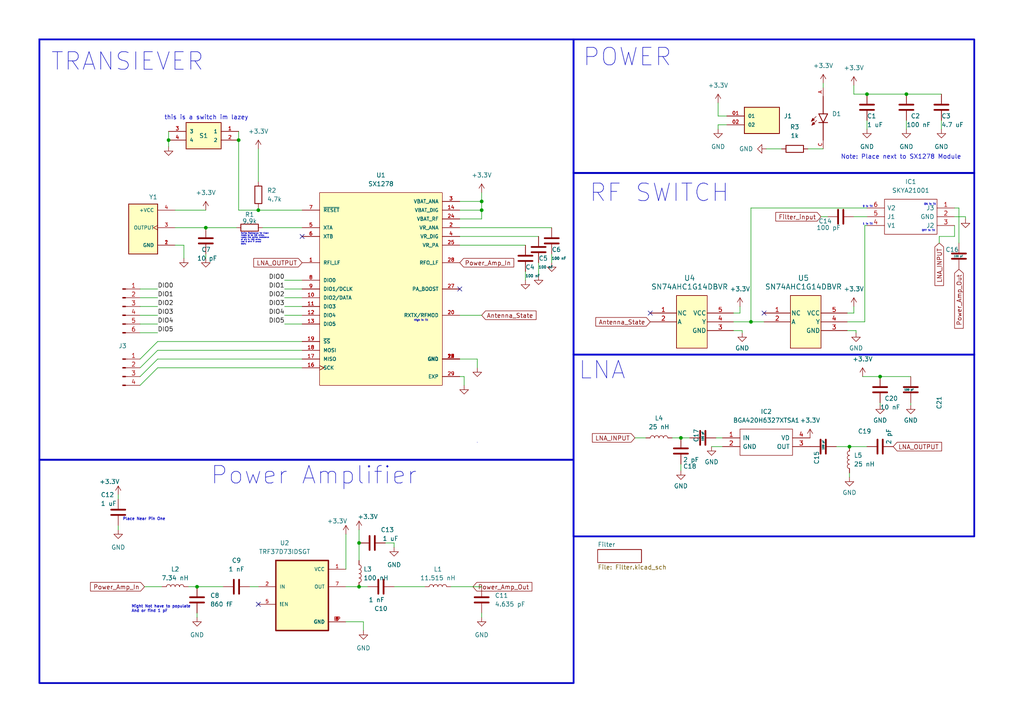
<source format=kicad_sch>
(kicad_sch (version 20230121) (generator eeschema)
  (paper "A4")
  (lib_symbols
    (symbol "0603 LED:LTST-C190KRKT" (pin_names (offset 1.016))
      (property "Reference" "D" (at -2.0351 4.0703 0))
      (property "Value" "LTST-C190KRKT" (at -2.0337 -3.8132 0))
      (symbol "LTST-C190KRKT_0_0"
        (polyline (pts (xy -5.08 0) (xy 0 0)) (stroke (width 0.254)))
        (polyline (pts (xy 0 -1.27) (xy 0 0)) (stroke (width 0.254)))
        (polyline (pts (xy 0 0) (xy 0 1.27)) (stroke (width 0.254)))
        (polyline (pts (xy 0 0) (xy 2.54 1.27)) (stroke (width 0.254)))
        (polyline (pts (xy 0.635 1.905) (xy -0.762 3.302)) (stroke (width 0.1524)))
        (polyline (pts (xy 1.778 2.032) (xy 0.381 3.429)) (stroke (width 0.1524)))
        (polyline (pts (xy 2.54 -1.27) (xy 0 0)) (stroke (width 0.254)))
        (polyline (pts (xy 2.54 -1.27) (xy 2.54 0)) (stroke (width 0.254)))
        (polyline (pts (xy 2.54 0) (xy 2.54 1.27)) (stroke (width 0.254)))
        (polyline (pts (xy 2.54 0) (xy 7.62 0)) (stroke (width 0.254)))
        (polyline (pts (xy -0.762 3.302) (xy 0.127 2.921) (xy -0.381 2.413) (xy -0.762 3.302)) (stroke (width 0.1524)) (fill (type outline)))
        (polyline (pts (xy 0.381 3.429) (xy 1.27 3.048) (xy 0.762 2.54) (xy 0.381 3.429)) (stroke (width 0.1524)) (fill (type outline)))
        (pin passive line (at 10.16 0 180) (length 2.54) (name "~") (number "A"))
        (pin passive line (at -7.62 0 0) (length 2.54) (name "~") (number "C"))
      )
    )
    (symbol "32 MHz TXCO:ASTX-13-D-32.000MHz-I05-T" (pin_names (offset 1.016))
      (property "Reference" "Y1" (at 0 12.7 0))
      (property "Value" "ASTX-13-D-32.000MHz-I05-T" (at 0 10.16 0))
      (symbol "ASTX-13-D-32.000MHz-I05-T_0_0"
        (rectangle (start 6.858 6.858) (end 15.24 -7.62) (stroke (width 0.254)) (fill (type background)))
        (pin power_in line (at 20.32 -5.08 180) (length 5.08) (name "GND") (number "1"))
        (pin power_in line (at 20.32 -5.08 180) (length 5.08) (name "GND") (number "2"))
        (pin output clock (at 20.32 0 180) (length 5.08) (name "OUTPUT") (number "3"))
        (pin power_in line (at 20.32 5.08 180) (length 5.08) (name "+VCC") (number "4"))
      )
    )
    (symbol "BGA420:BGA420H6327XTSA1" (pin_names (offset 0.762))
      (property "Reference" "IC" (at 21.59 7.62 0))
      (property "Value" "BGA420H6327XTSA1" (at 21.59 5.08 0))
      (symbol "BGA420H6327XTSA1_0_0"
        (pin passive line (at 0 0 0) (length 5.08) (name "IN") (number "1"))
        (pin passive line (at 0 -2.54 0) (length 5.08) (name "GND") (number "2"))
        (pin passive line (at 25.4 -2.54 180) (length 5.08) (name "OUT") (number "3"))
        (pin passive line (at 25.4 0 180) (length 5.08) (name "VD") (number "4"))
      )
      (symbol "BGA420H6327XTSA1_0_1"
        (polyline (pts (xy 5.08 2.54) (xy 20.32 2.54) (xy 20.32 -5.08) (xy 5.08 -5.08) (xy 5.08 2.54)) (stroke (width 0.1524)))
      )
    )
    (symbol "Connector:Conn_01x04_Pin" (pin_names (offset 1.016) hide)
      (property "Reference" "J" (at 0 5.08 0))
      (property "Value" "Conn_01x04_Pin" (at 0 -7.62 0))
      (symbol "Conn_01x04_Pin_1_1"
        (polyline (pts (xy 1.27 -5.08) (xy 0.8636 -5.08)) (stroke (width 0.1524)))
        (polyline (pts (xy 1.27 -2.54) (xy 0.8636 -2.54)) (stroke (width 0.1524)))
        (polyline (pts (xy 1.27 0) (xy 0.8636 0)) (stroke (width 0.1524)))
        (polyline (pts (xy 1.27 2.54) (xy 0.8636 2.54)) (stroke (width 0.1524)))
        (rectangle (start 0.8636 -4.953) (end 0 -5.207) (stroke (width 0.1524)) (fill (type outline)))
        (rectangle (start 0.8636 -2.413) (end 0 -2.667) (stroke (width 0.1524)) (fill (type outline)))
        (rectangle (start 0.8636 0.127) (end 0 -0.127) (stroke (width 0.1524)) (fill (type outline)))
        (rectangle (start 0.8636 2.667) (end 0 2.413) (stroke (width 0.1524)) (fill (type outline)))
        (pin passive line (at 5.08 2.54 180) (length 3.81) (name "Pin_1") (number "1"))
        (pin passive line (at 5.08 0 180) (length 3.81) (name "Pin_2") (number "2"))
        (pin passive line (at 5.08 -2.54 180) (length 3.81) (name "Pin_3") (number "3"))
        (pin passive line (at 5.08 -5.08 180) (length 3.81) (name "Pin_4") (number "4"))
      )
    )
    (symbol "Connector:Conn_01x06_Pin" (pin_names (offset 1.016) hide)
      (property "Reference" "J" (at 0 7.62 0))
      (property "Value" "Conn_01x06_Pin" (at 0 -10.16 0))
      (symbol "Conn_01x06_Pin_1_1"
        (polyline (pts (xy 1.27 -7.62) (xy 0.8636 -7.62)) (stroke (width 0.1524)))
        (polyline (pts (xy 1.27 -5.08) (xy 0.8636 -5.08)) (stroke (width 0.1524)))
        (polyline (pts (xy 1.27 -2.54) (xy 0.8636 -2.54)) (stroke (width 0.1524)))
        (polyline (pts (xy 1.27 0) (xy 0.8636 0)) (stroke (width 0.1524)))
        (polyline (pts (xy 1.27 2.54) (xy 0.8636 2.54)) (stroke (width 0.1524)))
        (polyline (pts (xy 1.27 5.08) (xy 0.8636 5.08)) (stroke (width 0.1524)))
        (rectangle (start 0.8636 -7.493) (end 0 -7.747) (stroke (width 0.1524)) (fill (type outline)))
        (rectangle (start 0.8636 -4.953) (end 0 -5.207) (stroke (width 0.1524)) (fill (type outline)))
        (rectangle (start 0.8636 -2.413) (end 0 -2.667) (stroke (width 0.1524)) (fill (type outline)))
        (rectangle (start 0.8636 0.127) (end 0 -0.127) (stroke (width 0.1524)) (fill (type outline)))
        (rectangle (start 0.8636 2.667) (end 0 2.413) (stroke (width 0.1524)) (fill (type outline)))
        (rectangle (start 0.8636 5.207) (end 0 4.953) (stroke (width 0.1524)) (fill (type outline)))
        (pin passive line (at 5.08 5.08 180) (length 3.81) (name "Pin_1") (number "1"))
        (pin passive line (at 5.08 2.54 180) (length 3.81) (name "Pin_2") (number "2"))
        (pin passive line (at 5.08 0 180) (length 3.81) (name "Pin_3") (number "3"))
        (pin passive line (at 5.08 -2.54 180) (length 3.81) (name "Pin_4") (number "4"))
        (pin passive line (at 5.08 -5.08 180) (length 3.81) (name "Pin_5") (number "5"))
        (pin passive line (at 5.08 -7.62 180) (length 3.81) (name "Pin_6") (number "6"))
      )
    )
    (symbol "Device:C" (pin_numbers hide) (pin_names (offset 0.254))
      (property "Reference" "C" (at 0.635 2.54 0))
      (property "Value" "C" (at 0.635 -2.54 0))
      (symbol "C_0_1"
        (polyline (pts (xy -2.032 -0.762) (xy 2.032 -0.762)) (stroke (width 0.508)))
        (polyline (pts (xy -2.032 0.762) (xy 2.032 0.762)) (stroke (width 0.508)))
      )
      (symbol "C_1_1"
        (pin passive line (at 0 3.81 270) (length 2.794) (name "~") (number "1"))
        (pin passive line (at 0 -3.81 90) (length 2.794) (name "~") (number "2"))
      )
    )
    (symbol "Device:L" (pin_numbers hide) (pin_names (offset 1.016) hide)
      (property "Reference" "L" (at -1.27 0 90))
      (property "Value" "L" (at 1.905 0 90))
      (symbol "L_0_1"
        (arc (start 0 -2.54) (mid 0.6323 -1.905) (end 0 -1.27))
        (arc (start 0 -1.27) (mid 0.6323 -0.635) (end 0 0))
        (arc (start 0 0) (mid 0.6323 0.635) (end 0 1.27))
        (arc (start 0 1.27) (mid 0.6323 1.905) (end 0 2.54))
      )
      (symbol "L_1_1"
        (pin passive line (at 0 3.81 270) (length 1.27) (name "1") (number "1"))
        (pin passive line (at 0 -3.81 90) (length 1.27) (name "2") (number "2"))
      )
    )
    (symbol "Device:R" (pin_numbers hide) (pin_names (offset 0))
      (property "Reference" "R" (at 2.032 0 90))
      (property "Value" "R" (at 0 0 90))
      (symbol "R_0_1"
        (rectangle (start -1.016 -2.54) (end 1.016 2.54) (stroke (width 0.254)))
      )
      (symbol "R_1_1"
        (pin passive line (at 0 3.81 270) (length 1.27) (name "~") (number "1"))
        (pin passive line (at 0 -3.81 90) (length 1.27) (name "~") (number "2"))
      )
    )
    (symbol "Inverter:SN74AHC1G14DBVR" (pin_names (offset 0.254))
      (property "Reference" "U4" (at 59.69 10.16 0))
      (property "Value" "SN74AHC1G14DBVR" (at 59.69 7.62 0))
      (symbol "SN74AHC1G14DBVR_0_1"
        (pin unspecified line (at 31.75 0 0) (length 7.62) (name "NC") (number "1"))
        (pin input line (at 31.75 -2.54 0) (length 7.62) (name "A") (number "2"))
        (pin power_in line (at 55.88 -5.08 180) (length 7.62) (name "GND") (number "3"))
        (pin output line (at 55.88 -2.54 180) (length 7.62) (name "Y") (number "4"))
        (pin power_in line (at 55.88 0 180) (length 7.62) (name "VCC") (number "5"))
      )
      (symbol "SN74AHC1G14DBVR_1_1"
        (polyline (pts (xy 39.37 -10.16) (xy 48.26 -10.16)) (stroke (width 0.127)) (fill (type background)))
        (polyline (pts (xy 39.37 5.08) (xy 39.37 -10.16)) (stroke (width 0.127)) (fill (type background)))
        (polyline (pts (xy 48.26 -10.16) (xy 48.26 5.08)) (stroke (width 0.127)) (fill (type background)))
        (polyline (pts (xy 48.26 5.08) (xy 39.37 5.08)) (stroke (width 0.127)) (fill (type background)))
        (rectangle (start 39.37 5.08) (end 48.26 -10.16) (fill (type background)))
      )
    )
    (symbol "Push Button:PTS810SJK250SMTRLFS" (pin_names (offset 1.016))
      (property "Reference" "S" (at 16.51 7.62 0))
      (property "Value" "PTS810SJK250SMTRLFS" (at 16.51 5.08 0))
      (symbol "PTS810SJK250SMTRLFS_0_0"
        (rectangle (start 5.08 -5.08) (end 15.24 2.54) (stroke (width 0.254)) (fill (type background)))
        (pin bidirectional line (at 0 0 0) (length 5.08) (name "1") (number "1"))
        (pin bidirectional line (at 0 -2.54 0) (length 5.08) (name "2") (number "2"))
        (pin bidirectional line (at 20.32 0 180) (length 5.08) (name "3") (number "3"))
        (pin bidirectional line (at 20.32 -2.54 180) (length 5.08) (name "4") (number "4"))
      )
    )
    (symbol "Skyworks RF Switch:SKYA21001" (pin_names (offset 0.762))
      (property "Reference" "IC" (at 21.59 7.62 0))
      (property "Value" "SKYA21001" (at 21.59 5.08 0))
      (symbol "SKYA21001_0_0"
        (pin passive line (at 0 0 0) (length 5.08) (name "J3") (number "1"))
        (pin passive line (at 0 -2.54 0) (length 5.08) (name "GND") (number "2"))
        (pin passive line (at 0 -5.08 0) (length 5.08) (name "J2") (number "3"))
        (pin passive line (at 25.4 -5.08 180) (length 5.08) (name "V1") (number "4"))
        (pin passive line (at 25.4 -2.54 180) (length 5.08) (name "J1") (number "5"))
        (pin passive line (at 25.4 0 180) (length 5.08) (name "V2") (number "6"))
      )
      (symbol "SKYA21001_0_1"
        (polyline (pts (xy 5.08 2.54) (xy 20.32 2.54) (xy 20.32 -7.62) (xy 5.08 -7.62) (xy 5.08 2.54)) (stroke (width 0.1524)))
      )
    )
    (symbol "TI Power Amp:TRF37D73IDSGT" (pin_names (offset 1.016))
      (property "Reference" "U2" (at 0 15.24 0))
      (property "Value" "TRF37D73IDSGT" (at 0 12.7 0))
      (symbol "TRF37D73IDSGT_0_0"
        (rectangle (start -2.54 10.16) (end 12.7 -10.16) (stroke (width 0.41)) (fill (type background)))
        (pin power_in line (at 17.78 7.62 180) (length 5.08) (name "VCC") (number "1"))
        (pin power_in line (at 17.78 -7.62 180) (length 5.08) (name "GND") (number "3"))
        (pin power_in line (at 17.78 -7.62 180) (length 5.08) (name "GND") (number "4"))
        (pin power_in line (at 17.78 -7.62 180) (length 5.08) (name "GND") (number "6"))
        (pin output line (at 17.78 2.54 180) (length 5.08) (name "OUT") (number "7"))
        (pin power_in line (at 17.78 -7.62 180) (length 5.08) (name "GND") (number "8"))
        (pin power_in line (at 17.78 -7.62 180) (length 5.08) (name "GND") (number "EP"))
      )
      (symbol "TRF37D73IDSGT_1_0"
        (pin input line (at -7.62 2.54 0) (length 5.08) (name "IN") (number "2"))
        (pin bidirectional line (at -7.62 -2.54 0) (length 5.08) (name "!EN") (number "5"))
      )
    )
    (symbol "Two Terminal Block:1935776" (pin_names (offset 1.016))
      (property "Reference" "J" (at -5.08 5.842 0))
      (property "Value" "1935776" (at -5.08 -5.08 0))
      (symbol "1935776_0_0"
        (rectangle (start -5.08 -2.54) (end 5.08 5.08) (stroke (width 0.254)) (fill (type background)))
        (pin passive line (at -10.16 2.54 0) (length 5.08) (name "01") (number "01"))
        (pin passive line (at -10.16 0 0) (length 5.08) (name "02") (number "02"))
      )
    )
    (symbol "power:+3.3V" (power) (pin_names (offset 0))
      (property "Value" "+3.3V" (at 0 3.556 0))
      (symbol "+3.3V_0_1"
        (polyline (pts (xy -0.762 1.27) (xy 0 2.54)))
        (polyline (pts (xy 0 0) (xy 0 2.54)))
        (polyline (pts (xy 0 2.54) (xy 0.762 1.27)))
      )
      (symbol "+3.3V_1_1"
        (pin power_in line (at 0 0 90) (length 0) hide (name "+3.3V") (number "1"))
      )
    )
    (symbol "power:GND" (power) (pin_names (offset 0))
      (property "Value" "GND" (at 0 -3.81 0))
      (symbol "GND_0_1"
        (polyline (pts (xy 0 0) (xy 0 -1.27) (xy 1.27 -1.27) (xy 0 -2.54) (xy -1.27 -1.27) (xy 0 -1.27)))
      )
      (symbol "GND_1_1"
        (pin power_in line (at 0 0 270) (length 0) hide (name "GND") (number "1"))
      )
    )
    (symbol "sx1278:SX1278" (pin_names (offset 1.016))
      (property "Reference" "U" (at -17.78 30.48 0))
      (property "Value" "SX1278" (at -17.78 -30.48 0))
      (symbol "SX1278_0_0"
        (rectangle (start -17.78 -27.94) (end 17.78 27.94) (stroke (width 0.1524)) (fill (type background)))
        (pin input line (at -22.86 7.62 0) (length 5.08) (name "RFI_LF") (number "1"))
        (pin bidirectional line (at -22.86 -2.54 0) (length 5.08) (name "DIO2/DATA") (number "10"))
        (pin bidirectional line (at -22.86 -5.08 0) (length 5.08) (name "DIO3") (number "11"))
        (pin bidirectional line (at -22.86 -7.62 0) (length 5.08) (name "DIO4") (number "12"))
        (pin bidirectional line (at -22.86 -10.16 0) (length 5.08) (name "DIO5") (number "13"))
        (pin power_in line (at 22.86 22.86 180) (length 5.08) (name "VBAT_DIG") (number "14"))
        (pin power_in line (at 22.86 -20.32 180) (length 5.08) (name "GND") (number "15"))
        (pin input clock (at -22.86 -22.86 0) (length 5.08) (name "SCK") (number "16"))
        (pin output line (at -22.86 -20.32 0) (length 5.08) (name "MISO") (number "17"))
        (pin input line (at -22.86 -17.78 0) (length 5.08) (name "MOSI") (number "18"))
        (pin input line (at -22.86 -15.24 0) (length 5.08) (name "~{SS}") (number "19"))
        (pin power_in line (at 22.86 17.78 180) (length 5.08) (name "VR_ANA") (number "2"))
        (pin output line (at 22.86 -7.62 180) (length 5.08) (name "RXTX/RFMOD") (number "20"))
        (pin power_in line (at 22.86 -20.32 180) (length 5.08) (name "GND") (number "21"))
        (pin power_in line (at 22.86 -20.32 180) (length 5.08) (name "GND") (number "22"))
        (pin power_in line (at 22.86 -20.32 180) (length 5.08) (name "GND") (number "23"))
        (pin power_in line (at 22.86 20.32 180) (length 5.08) (name "VBAT_RF") (number "24"))
        (pin power_in line (at 22.86 12.7 180) (length 5.08) (name "VR_PA") (number "25"))
        (pin power_in line (at 22.86 -20.32 180) (length 5.08) (name "GND") (number "26"))
        (pin output line (at 22.86 0 180) (length 5.08) (name "PA_BOOST") (number "27"))
        (pin output line (at 22.86 7.62 180) (length 5.08) (name "RFO_LF") (number "28"))
        (pin power_in line (at 22.86 -25.4 180) (length 5.08) (name "EXP") (number "29"))
        (pin power_in line (at 22.86 25.4 180) (length 5.08) (name "VBAT_ANA") (number "3"))
        (pin power_in line (at 22.86 15.24 180) (length 5.08) (name "VR_DIG") (number "4"))
        (pin bidirectional line (at -22.86 17.78 0) (length 5.08) (name "XTA") (number "5"))
        (pin bidirectional line (at -22.86 15.24 0) (length 5.08) (name "XTB") (number "6"))
        (pin bidirectional line (at -22.86 22.86 0) (length 5.08) (name "~{RESET}") (number "7"))
        (pin bidirectional line (at -22.86 2.54 0) (length 5.08) (name "DIO0") (number "8"))
        (pin bidirectional line (at -22.86 0 0) (length 5.08) (name "DIO1/DCLK") (number "9"))
      )
    )
  )
  (junction (at 217.805 93.345))
  (junction (at 197.485 127))
  (junction (at 48.895 40.64))
  (junction (at 255.27 109.22))
  (junction (at 104.14 157.48))
  (junction (at 251.46 27.305))
  (junction (at 57.15 170.18))
  (junction (at 246.38 129.54))
  (junction (at 104.14 170.18))
  (junction (at 139.7 58.42))
  (junction (at 59.69 66.04))
  (junction (at 69.215 40.64))
  (junction (at 139.7 60.96))
  (junction (at 262.89 27.305))
  (junction (at 74.93 60.96))
  (no_connect (at 188.595 90.805))
  (no_connect (at 87.63 68.58))
  (no_connect (at 74.93 175.26))
  (no_connect (at 133.35 83.82))
  (no_connect (at 221.615 90.805))
  (wire (pts (xy 45.72 101.6) (xy 40.64 106.68)))
  (wire (pts (xy 134.62 109.22) (xy 134.62 111.76)))
  (wire (pts (xy 214.63 88.9) (xy 214.63 90.805)))
  (wire (pts (xy 76.2 66.04) (xy 87.63 66.04)))
  (wire (pts (xy 87.63 91.44) (xy 82.55 91.44)))
  (wire (pts (xy 133.35 104.14) (xy 138.43 104.14)))
  (wire (pts (xy 212.725 90.805) (xy 214.63 90.805)))
  (wire (pts (xy 139.7 55.88) (xy 139.7 58.42)))
  (wire (pts (xy 50.8 66.04) (xy 59.69 66.04)))
  (wire (pts (xy 208.28 36.195) (xy 210.82 36.195)))
  (wire (pts (xy 217.805 60.325) (xy 251.46 60.325)))
  (wire (pts (xy 34.29 152.4) (xy 34.29 153.67)))
  (wire (pts (xy 207.645 127) (xy 209.55 127)))
  (wire (pts (xy 139.7 60.96) (xy 139.7 63.5)))
  (wire (pts (xy 40.64 83.82) (xy 45.72 83.82)))
  (wire (pts (xy 87.63 101.6) (xy 45.72 101.6)))
  (wire (pts (xy 72.39 170.18) (xy 74.93 170.18)))
  (wire (pts (xy 246.38 129.54) (xy 251.46 129.54)))
  (wire (pts (xy 234.315 43.18) (xy 238.76 43.18)))
  (wire (pts (xy 105.41 180.34) (xy 105.41 182.88)))
  (wire (pts (xy 59.69 73.66) (xy 59.69 74.93)))
  (wire (pts (xy 242.57 129.54) (xy 246.38 129.54)))
  (wire (pts (xy 104.14 153.67) (xy 104.14 157.48)))
  (wire (pts (xy 245.745 95.885) (xy 248.285 95.885)))
  (wire (pts (xy 87.63 83.82) (xy 82.55 83.82)))
  (wire (pts (xy 87.63 104.14) (xy 45.72 104.14)))
  (wire (pts (xy 87.63 93.98) (xy 82.55 93.98)))
  (wire (pts (xy 114.3 157.48) (xy 114.3 158.75)))
  (wire (pts (xy 45.72 99.06) (xy 40.64 104.14)))
  (wire (pts (xy 50.8 71.12) (xy 53.34 71.12)))
  (wire (pts (xy 59.69 66.04) (xy 68.58 66.04)))
  (wire (pts (xy 87.63 106.68) (xy 45.72 106.68)))
  (wire (pts (xy 276.86 60.325) (xy 278.13 60.325)))
  (wire (pts (xy 197.485 127) (xy 200.025 127)))
  (wire (pts (xy 69.215 40.64) (xy 69.215 60.96)))
  (wire (pts (xy 74.93 60.96) (xy 87.63 60.96)))
  (wire (pts (xy 197.485 134.62) (xy 197.485 136.525)))
  (wire (pts (xy 238.76 24.13) (xy 238.76 25.4)))
  (wire (pts (xy 69.215 38.1) (xy 69.215 40.64)))
  (wire (pts (xy 247.65 62.865) (xy 251.46 62.865)))
  (wire (pts (xy 45.72 104.14) (xy 40.64 109.22)))
  (wire (pts (xy 133.35 60.96) (xy 139.7 60.96)))
  (wire (pts (xy 206.375 129.54) (xy 209.55 129.54)))
  (wire (pts (xy 160.02 73.66) (xy 160.02 76.2)))
  (wire (pts (xy 40.64 93.98) (xy 45.72 93.98)))
  (wire (pts (xy 208.28 36.195) (xy 208.28 37.465)))
  (wire (pts (xy 57.15 177.8) (xy 57.15 179.07)))
  (wire (pts (xy 41.91 170.18) (xy 46.99 170.18)))
  (wire (pts (xy 87.63 99.06) (xy 45.72 99.06)))
  (wire (pts (xy 212.725 95.885) (xy 215.265 95.885)))
  (wire (pts (xy 212.725 93.345) (xy 217.805 93.345)))
  (wire (pts (xy 208.28 29.845) (xy 208.28 33.655)))
  (wire (pts (xy 104.14 157.48) (xy 104.14 162.56)))
  (wire (pts (xy 138.43 104.14) (xy 138.43 106.68)))
  (wire (pts (xy 251.46 34.925) (xy 251.46 37.465)))
  (wire (pts (xy 87.63 88.9) (xy 82.55 88.9)))
  (wire (pts (xy 45.72 106.68) (xy 40.64 111.76)))
  (wire (pts (xy 217.805 60.325) (xy 217.805 93.345)))
  (wire (pts (xy 208.28 33.655) (xy 210.82 33.655)))
  (wire (pts (xy 133.35 58.42) (xy 139.7 58.42)))
  (wire (pts (xy 272.415 68.58) (xy 272.415 70.485)))
  (wire (pts (xy 255.27 117.475) (xy 255.27 116.84)))
  (wire (pts (xy 262.89 34.925) (xy 262.89 37.465)))
  (wire (pts (xy 111.76 157.48) (xy 114.3 157.48)))
  (wire (pts (xy 53.34 71.12) (xy 53.34 74.93)))
  (wire (pts (xy 278.13 60.325) (xy 278.13 70.485)))
  (wire (pts (xy 34.29 143.51) (xy 34.29 144.78)))
  (wire (pts (xy 133.35 63.5) (xy 139.7 63.5)))
  (wire (pts (xy 40.64 91.44) (xy 45.72 91.44)))
  (wire (pts (xy 276.86 62.865) (xy 280.035 62.865)))
  (wire (pts (xy 273.05 34.925) (xy 273.05 37.465)))
  (wire (pts (xy 250.825 65.405) (xy 251.46 65.405)))
  (wire (pts (xy 247.65 27.305) (xy 251.46 27.305)))
  (wire (pts (xy 251.46 27.305) (xy 262.89 27.305)))
  (wire (pts (xy 69.215 60.96) (xy 74.93 60.96)))
  (wire (pts (xy 114.3 170.18) (xy 123.19 170.18)))
  (wire (pts (xy 250.19 109.22) (xy 255.27 109.22)))
  (wire (pts (xy 184.15 127) (xy 187.325 127)))
  (wire (pts (xy 40.64 86.36) (xy 45.72 86.36)))
  (wire (pts (xy 50.8 60.96) (xy 59.69 60.96)))
  (wire (pts (xy 130.81 170.18) (xy 139.7 170.18)))
  (wire (pts (xy 246.38 137.16) (xy 246.38 138.43)))
  (wire (pts (xy 57.15 170.18) (xy 64.77 170.18)))
  (wire (pts (xy 264.16 117.475) (xy 264.16 116.84)))
  (wire (pts (xy 222.25 43.18) (xy 226.695 43.18)))
  (wire (pts (xy 247.65 24.765) (xy 247.65 27.305)))
  (wire (pts (xy 87.63 81.28) (xy 82.55 81.28)))
  (wire (pts (xy 87.63 86.36) (xy 82.55 86.36)))
  (wire (pts (xy 48.895 38.1) (xy 48.895 40.64)))
  (wire (pts (xy 238.125 62.865) (xy 240.03 62.865)))
  (wire (pts (xy 40.64 96.52) (xy 45.72 96.52)))
  (wire (pts (xy 133.35 91.44) (xy 139.7 91.44)))
  (wire (pts (xy 245.745 90.805) (xy 247.65 90.805)))
  (wire (pts (xy 217.805 93.345) (xy 221.615 93.345)))
  (wire (pts (xy 48.895 40.64) (xy 48.895 42.545)))
  (wire (pts (xy 245.745 93.345) (xy 250.825 93.345)))
  (wire (pts (xy 152.4 78.74) (xy 152.4 81.28)))
  (wire (pts (xy 194.945 127) (xy 197.485 127)))
  (wire (pts (xy 74.93 60.325) (xy 74.93 60.96)))
  (wire (pts (xy 133.35 71.12) (xy 152.4 71.12)))
  (wire (pts (xy 133.35 68.58) (xy 156.21 68.58)))
  (wire (pts (xy 74.93 43.18) (xy 74.93 52.705)))
  (wire (pts (xy 104.14 170.18) (xy 106.68 170.18)))
  (wire (pts (xy 100.33 170.18) (xy 104.14 170.18)))
  (wire (pts (xy 100.33 154.94) (xy 100.33 165.1)))
  (wire (pts (xy 272.415 68.58) (xy 276.86 68.58)))
  (wire (pts (xy 247.65 88.9) (xy 247.65 90.805)))
  (wire (pts (xy 133.35 109.22) (xy 134.62 109.22)))
  (wire (pts (xy 215.265 95.885) (xy 215.265 96.52)))
  (wire (pts (xy 262.89 27.305) (xy 273.05 27.305)))
  (wire (pts (xy 40.64 88.9) (xy 45.72 88.9)))
  (wire (pts (xy 156.21 76.2) (xy 156.21 80.01)))
  (wire (pts (xy 139.7 177.8) (xy 139.7 179.07)))
  (wire (pts (xy 139.7 58.42) (xy 139.7 60.96)))
  (wire (pts (xy 54.61 170.18) (xy 57.15 170.18)))
  (wire (pts (xy 250.825 65.405) (xy 250.825 93.345)))
  (wire (pts (xy 100.33 180.34) (xy 105.41 180.34)))
  (wire (pts (xy 248.285 95.885) (xy 248.285 96.52)))
  (wire (pts (xy 255.27 109.22) (xy 264.16 109.22)))
  (wire (pts (xy 280.035 62.865) (xy 280.035 63.5)))
  (wire (pts (xy 133.35 66.04) (xy 160.02 66.04)))
  (wire (pts (xy 276.86 65.405) (xy 276.86 68.58)))
  (rectangle (start 11.43 133.35) (end 166.37 198.12) (stroke (width 0.508)))
  (rectangle (start 166.37 11.43) (end 282.575 50.165) (stroke (width 0.508)))
  (rectangle (start 166.37 102.87) (end 282.575 155.575) (stroke (width 0.508)))
  (rectangle (start 11.43 11.43) (end 166.37 133.35) (stroke (width 0.508)))
  (rectangle (start 138.43 128.27) (end 138.43 128.27))
  (rectangle (start 166.37 50.165) (end 282.575 102.87) (stroke (width 0.508)))
  (text "Place Near Pin One" (at 35.56 151.13 0) (effects (font (size 0.8128 0.8128)) (justify left bottom)))
  (text "1 in TX" (at 250.19 65.405 0) (effects (font (size 0.508 0.508)) (justify left bottom)))
  (text "this is a switch im lazey " (at 47.625 34.925 0) (effects (font (size 1.27 1.27)) (justify left bottom)))
  (text "Series Resistance for Clock \nneeds to be 10k ohms. \nLooks like series resistance \nof pin is 100 ohms.\nUse 0 ohm if unece\nssary\n" (at 69.85 71.12 0) (effects (font (size 0.381 0.381)) (justify left bottom)))
  (text "Note: Place next to SX1278 Module\n" (at 243.84 46.355 0) (effects (font (size 1.27 1.27)) (justify left bottom)))
  (text "TRANSIEVER" (at 14.605 20.955 0) (effects (font (size 5.08 5.08)) (justify left bottom)))
  (text "ON in TX" (at 267.97 59.69 0) (effects (font (size 0.508 0.508)) (justify left bottom)))
  (text "POWER" (at 168.91 19.685 0) (effects (font (size 5.08 5.08)) (justify left bottom)))
  (text "0 in TX" (at 250.19 60.325 0) (effects (font (size 0.508 0.508)) (justify left bottom)))
  (text "LNA\n" (at 167.64 110.49 0) (effects (font (size 5.08 5.08)) (justify left bottom)))
  (text "RF SWITCH" (at 170.815 59.055 0) (effects (font (size 5.08 5.08)) (justify left bottom)))
  (text "Might Not have to populate\nAnd or find 1 pF\n" (at 38.1 177.8 0) (effects (font (size 0.8128 0.8128)) (justify left bottom)))
  (text "High in TX" (at 120.015 93.345 0) (effects (font (size 0.508 0.508)) (justify left bottom)))
  (text "Power Amplifier\n" (at 60.96 140.97 0) (effects (font (size 5.08 5.08)) (justify left bottom)))
  (text "OFF in TX" (at 267.335 67.31 0) (effects (font (size 0.508 0.508)) (justify left bottom)))
  (label "DIO0" (at 82.55 81.28 180))
  (label "DIO3" (at 82.55 88.9 180))
  (label "DIO4" (at 82.55 91.44 180))
  (label "DIO1" (at 82.55 83.82 180))
  (label "DIO3" (at 45.72 91.44 0))
  (label "DIO2" (at 45.72 88.9 0))
  (label "DIO2" (at 82.55 86.36 180))
  (label "DIO5" (at 45.72 96.52 0))
  (label "DIO0" (at 45.72 83.82 0))
  (label "DIO5" (at 82.55 93.98 180))
  (label "DIO1" (at 45.72 86.36 0))
  (label "DIO4" (at 45.72 93.98 0))
  (global_label "Power_Amp_In" (shape input) (at 133.35 76.2 0) (property "Intersheetrefs" "${INTERSHEET_REFS}" (at 149.5 76.2 0) (effects (justify left))))
  (global_label "Power_Amp_Out" (shape input) (at 278.13 78.105 270) (property "Intersheetrefs" "${INTERSHEET_REFS}" (at 278.13 95.7064 90) (effects (justify right))))
  (global_label "Power_Amp_In" (shape input) (at 41.91 170.18 180) (property "Intersheetrefs" "${INTERSHEET_REFS}" (at 25.76 170.18 0) (effects (justify right))))
  (global_label "Antenna_State" (shape input) (at 139.7 91.44 0) (property "Intersheetrefs" "${INTERSHEET_REFS}" (at 155.9708 91.44 0) (effects (justify left))))
  (global_label "Power_Amp_Out" (shape input) (at 137.16 170.18 0) (property "Intersheetrefs" "${INTERSHEET_REFS}" (at 154.7614 170.18 0) (effects (justify left))))
  (global_label "LNA_OUTPUT" (shape input) (at 87.63 76.2 180) (property "Intersheetrefs" "${INTERSHEET_REFS}" (at 73.1127 76.2 0) (effects (justify right))))
  (global_label "Antenna_State" (shape input) (at 188.595 93.345 180) (property "Intersheetrefs" "${INTERSHEET_REFS}" (at 172.3242 93.345 0) (effects (justify right))))
  (global_label "LNA_INPUT" (shape input) (at 272.415 70.485 270) (property "Intersheetrefs" "${INTERSHEET_REFS}" (at 272.415 83.309 90) (effects (justify right))))
  (global_label "LNA_INPUT" (shape input) (at 184.15 127 180) (property "Intersheetrefs" "${INTERSHEET_REFS}" (at 171.326 127 0) (effects (justify right))))
  (global_label "LNA_OUTPUT" (shape input) (at 259.08 129.54 0) (property "Intersheetrefs" "${INTERSHEET_REFS}" (at 273.5973 129.54 0) (effects (justify left))))
  (global_label "Filter_input" (shape input) (at 238.125 62.865 180) (property "Intersheetrefs" "${INTERSHEET_REFS}" (at 224.515 62.865 0) (effects (justify right))))
  (symbol (lib_id "Device:C") (at 57.15 173.99 0) (unit 1)
    (property "Reference" "C8" (at 60.96 172.72 0) (effects (justify left)))
    (property "Value" "860 fF" (at 60.96 175.26 0) (effects (justify left)))
    (property "Footprint" "Capacitor_SMD:C_0603_1608Metric_Pad1.08x0.95mm_HandSolder" (effects hide))
  )
  (symbol (lib_id "TI Power Amp:TRF37D73IDSGT") (at 82.55 172.72 0) (unit 1)
    (property "Reference" "U2" (at 82.55 157.48 0))
    (property "Value" "TRF37D73IDSGT" (at 82.55 160.02 0))
    (property "Footprint" "TI Power AMp:SON50P200X200X80-9N" (effects hide))
    (property "MF" "Texas Instruments" (effects hide))
    (property "Description" "\n1 to 6000 MHz 20dB RF Gain Block Amplifier with Powerdown Pin\n" (effects hide))
    (property "Package" "WSON-8 Texas Instruments" (effects hide))
    (property "Price" "None" (effects hide))
    (property "SnapEDA_Link" "https://www.snapeda.com/parts/TRF37D73IDSGT/Texas+Instruments/view-part/?ref=snap" (effects hide))
    (property "MP" "TRF37D73IDSGT" (effects hide))
    (property "Purchase-URL" "https://www.snapeda.com/api/url_track_click_mouser/?unipart_id=306953&manufacturer=Texas Instruments&part_name=TRF37D73IDSGT&search_term=trf37d73" (effects hide))
    (property "Availability" "In Stock" (effects hide))
    (property "Check_prices" "https://www.snapeda.com/parts/TRF37D73IDSGT/Texas+Instruments/view-part/?ref=eda" (effects hide))
  )
  (symbol (lib_id "Device:R") (at 230.505 43.18 90) (unit 1)
    (property "Reference" "R3" (at 230.505 36.83 90))
    (property "Value" "1k" (at 230.505 39.37 90))
    (property "Footprint" "Resistor_SMD:R_0603_1608Metric_Pad0.98x0.95mm_HandSolder" (effects hide))
  )
  (symbol (lib_id "power:+3.3V") (at 208.28 29.845 0) (unit 1)
    (property "Reference" "#PWR01" (effects hide))
    (property "Value" "+3.3V" (at 208.28 24.765 0))
  )
  (symbol (lib_id "power:+3.3V") (at 34.29 143.51 0) (unit 1)
    (property "Reference" "#PWR022" (effects hide))
    (property "Value" "+3.3V" (at 31.75 139.7 0))
  )
  (symbol (lib_id "Device:C") (at 68.58 170.18 90) (unit 1)
    (property "Reference" "C9" (at 68.58 162.56 90))
    (property "Value" "1 nF" (at 68.58 165.1 90))
    (property "Footprint" "Capacitor_SMD:C_0603_1608Metric_Pad1.08x0.95mm_HandSolder" (effects hide))
  )
  (symbol (lib_id "power:GND") (at 34.29 153.67 0) (unit 1)
    (property "Reference" "#PWR023" (effects hide))
    (property "Value" "GND" (at 34.29 158.75 0))
  )
  (symbol (lib_id "power:+3.3V") (at 104.14 153.67 0) (unit 1)
    (property "Reference" "#PWR021" (effects hide))
    (property "Value" "+3.3V" (at 106.68 149.86 0))
  )
  (symbol (lib_id "power:GND") (at 53.34 74.93 0) (unit 1)
    (property "Reference" "#PWR013" (effects hide))
    (property "Value" "GND" (effects hide))
  )
  (symbol (lib_id "Device:L") (at 104.14 166.37 0) (unit 1)
    (property "Reference" "L3" (at 105.41 165.1 0) (effects (justify left)))
    (property "Value" "100 nH" (at 105.41 167.64 0) (effects (justify left)))
    (property "Footprint" "Inductor_SMD:L_0603_1608Metric_Pad1.05x0.95mm_HandSolder" (effects hide))
  )
  (symbol (lib_id "power:GND") (at 156.21 80.01 0) (unit 1)
    (property "Reference" "#PWR09" (effects hide))
    (property "Value" "GND" (effects hide))
  )
  (symbol (lib_id "Inverter:SN74AHC1G14DBVR") (at 156.845 90.805 0) (unit 1)
    (property "Reference" "U4" (at 200.025 80.645 0) (effects (font (size 1.524 1.524))))
    (property "Value" "SN74AHC1G14DBVR" (at 200.025 83.185 0) (effects (font (size 1.524 1.524))))
    (property "Footprint" "Inverter:DBV5" (effects hide))
    (property "Datasheet" "SN74AHC1G14DBVR" (effects hide))
  )
  (symbol (lib_id "Device:C") (at 160.02 69.85 0) (unit 1)
    (property "Reference" "C6" (at 160.02 72.39 0) (effects (justify left)))
    (property "Value" "100 nF" (at 160.02 74.93 0) (effects (font (size 0.762 0.762)) (justify left)))
    (property "Footprint" "Capacitor_SMD:C_0603_1608Metric_Pad1.08x0.95mm_HandSolder" (effects hide))
  )
  (symbol (lib_id "power:+3.3V") (at 59.69 60.96 0) (unit 1)
    (property "Reference" "#PWR012" (effects hide))
    (property "Value" "+3.3V" (at 59.69 55.88 0))
  )
  (symbol (lib_id "Skyworks RF Switch:SKYA21001") (at 276.86 60.325 0) (mirror y) (unit 1)
    (property "Reference" "IC1" (at 264.16 52.705 0))
    (property "Value" "SKYA21001" (at 264.16 55.245 0))
    (property "Footprint" "skya21001:SOT65P220X110-6N" (effects hide))
    (property "Datasheet" "https://datasheet.datasheetarchive.com/originals/distributors/DKDS-19/379358.pdf" (effects hide))
    (property "Description" "RF Switch ICs .02-3.0GHz SPDT Iso 25dB AEC-Q100" (effects hide))
    (property "Height" "1.1" (effects hide))
    (property "Manufacturer_Name" "Skyworks" (effects hide))
    (property "Manufacturer_Part_Number" "SKYA21001" (effects hide))
    (property "Mouser Part Number" "873-SKYA21001" (effects hide))
    (property "Mouser Price/Stock" "https://www.mouser.co.uk/ProductDetail/Skyworks-Solutions-Inc/SKYA21001?qs=NzhwYt3Ceav9VIJ6qoxXpA%3D%3D" (effects hide))
  )
  (symbol (lib_id "Device:L") (at 127 170.18 90) (unit 1)
    (property "Reference" "L1" (at 127 165.1 90))
    (property "Value" "11.515 nH" (at 127 167.64 90))
    (property "Footprint" "Inductor_SMD:L_0603_1608Metric_Pad1.05x0.95mm_HandSolder" (effects hide))
  )
  (symbol (lib_id "power:+3.3V") (at 74.93 43.18 0) (unit 1)
    (property "Reference" "#PWR036" (effects hide))
    (property "Value" "+3.3V" (at 74.93 38.1 0))
  )
  (symbol (lib_id "power:+3.3V") (at 247.65 24.765 0) (unit 1)
    (property "Reference" "#PWR03" (effects hide))
    (property "Value" "+3.3V" (at 247.65 19.685 0))
  )
  (symbol (lib_id "Device:C") (at 255.27 129.54 90) (unit 1)
    (property "Reference" "C19" (at 252.73 125.095 90) (effects (justify left)))
    (property "Value" "2 pF" (at 257.81 128.905 0) (effects (justify left)))
    (property "Footprint" "Capacitor_SMD:C_0603_1608Metric_Pad1.08x0.95mm_HandSolder" (effects hide))
  )
  (symbol (lib_id "power:GND") (at 255.27 117.475 0) (unit 1)
    (property "Reference" "#PWR033" (effects hide))
    (property "Value" "GND" (at 255.27 121.92 0))
  )
  (symbol (lib_id "Device:C") (at 273.05 31.115 0) (unit 1)
    (property "Reference" "C3" (at 273.05 33.655 0) (effects (justify left)))
    (property "Value" "4.7 uF" (at 273.05 36.195 0) (effects (justify left)))
    (property "Footprint" "Capacitor_SMD:C_0603_1608Metric_Pad1.08x0.95mm_HandSolder" (effects hide))
  )
  (symbol (lib_id "power:GND") (at 152.4 81.28 0) (unit 1)
    (property "Reference" "#PWR08" (effects hide))
    (property "Value" "GND" (effects hide))
  )
  (symbol (lib_id "power:GND") (at 262.89 37.465 0) (unit 1)
    (property "Reference" "#PWR05" (effects hide))
    (property "Value" "GND" (at 262.89 42.545 0))
  )
  (symbol (lib_id "Device:C") (at 278.13 74.295 180) (unit 1)
    (property "Reference" "C16" (at 278.13 72.39 0) (effects (justify left)))
    (property "Value" "100 pF" (at 279.4 74.295 0) (effects (font (size 0.508 0.508)) (justify left)))
    (property "Footprint" "Capacitor_SMD:C_0603_1608Metric_Pad1.08x0.95mm_HandSolder" (effects hide))
  )
  (symbol (lib_id "power:+3.3V") (at 234.95 127 0) (unit 1)
    (property "Reference" "#PWR035" (effects hide))
    (property "Value" "+3.3V" (at 234.95 121.92 0))
  )
  (symbol (lib_id "power:GND") (at 273.05 37.465 0) (unit 1)
    (property "Reference" "#PWR06" (effects hide))
    (property "Value" "GND" (at 273.05 42.545 0))
  )
  (symbol (lib_id "power:GND") (at 105.41 182.88 0) (unit 1)
    (property "Reference" "#PWR016" (effects hide))
    (property "Value" "GND" (at 105.41 187.96 0))
  )
  (symbol (lib_id "power:GND") (at 114.3 158.75 0) (unit 1)
    (property "Reference" "#PWR020" (effects hide))
    (property "Value" "GND" (at 114.3 163.83 0))
  )
  (symbol (lib_id "Device:L") (at 191.135 127 90) (unit 1)
    (property "Reference" "L4" (at 191.135 121.285 90))
    (property "Value" "25 nH" (at 191.135 123.825 90))
    (property "Footprint" "Inductor_SMD:L_0603_1608Metric_Pad1.05x0.95mm_HandSolder" (effects hide))
  )
  (symbol (lib_id "32 MHz TXCO:ASTX-13-D-32.000MHz-I05-T") (at 30.48 66.04 0) (unit 1)
    (property "Reference" "Y1" (at 44.45 57.15 0))
    (property "Value" "ASTX-13-D-32.000MHz-I05-T" (effects hide))
    (property "Footprint" "32 MHz Clock:XTAL_ASTX-13-D-32.000MHz-I05-T" (effects hide))
    (property "MF" "Abracon LLC" (effects hide))
    (property "MAXIMUM_PACKAGE_HEIGHT" "0.80mm" (effects hide))
    (property "Package" "None" (effects hide))
    (property "Price" "None" (effects hide))
    (property "Check_prices" "https://www.snapeda.com/parts/ASTX-13-D-32.000MHZ-I05-T/Abracon+LLC/view-part/?ref=eda" (effects hide))
    (property "STANDARD" "Manufacturer Recommendations" (effects hide))
    (property "PARTREV" "01.27.2017" (effects hide))
    (property "SnapEDA_Link" "https://www.snapeda.com/parts/ASTX-13-D-32.000MHZ-I05-T/Abracon+LLC/view-part/?ref=snap" (effects hide))
    (property "MP" "ASTX-13-D-32.000MHZ-I05-T" (effects hide))
    (property "Purchase-URL" "https://www.snapeda.com/api/url_track_click_mouser/?unipart_id=11064960&manufacturer=Abracon LLC&part_name=ASTX-13-D-32.000MHZ-I05-T&search_term=o 32,0-jt22s-b-k-3,3-lf" (effects hide))
    (property "Description" "\n32 MHz VCTCXO Clipped Sine Wave Oscillator 3.3V 4-SMD, No Lead\n" (effects hide))
    (property "SNAPEDA_PN" "ASTX-13-A-16.000MHZ-A20-T" (effects hide))
    (property "Availability" "In Stock" (effects hide))
    (property "MANUFACTURER" "Abracon" (effects hide))
  )
  (symbol (lib_id "power:GND") (at 48.895 42.545 0) (unit 1)
    (property "Reference" "#PWR037" (effects hide))
    (property "Value" "GND" (effects hide))
  )
  (symbol (lib_id "Device:L") (at 246.38 133.35 180) (unit 1)
    (property "Reference" "L5" (at 247.65 132.08 0) (effects (justify right)))
    (property "Value" "25 nH" (at 247.65 134.62 0) (effects (justify right)))
    (property "Footprint" "Inductor_SMD:L_0603_1608Metric_Pad1.05x0.95mm_HandSolder" (effects hide))
  )
  (symbol (lib_id "power:GND") (at 208.28 37.465 0) (unit 1)
    (property "Reference" "#PWR02" (effects hide))
    (property "Value" "GND" (at 208.28 42.545 0))
  )
  (symbol (lib_id "Device:L") (at 50.8 170.18 90) (unit 1)
    (property "Reference" "L2" (at 50.8 165.1 90))
    (property "Value" "7.34 nH" (at 50.8 167.64 90))
    (property "Footprint" "Inductor_SMD:L_0603_1608Metric_Pad1.05x0.95mm_HandSolder" (effects hide))
  )
  (symbol (lib_id "Device:C") (at 264.16 113.03 0) (unit 1)
    (property "Reference" "C21" (at 272.415 118.745 90) (effects (justify left)))
    (property "Value" "100 pF" (at 262.255 113.03 0) (effects (font (size 0.508 0.508)) (justify left)))
    (property "Footprint" "Capacitor_SMD:C_0603_1608Metric_Pad1.08x0.95mm_HandSolder" (effects hide))
  )
  (symbol (lib_id "power:+3.3V") (at 238.76 24.13 0) (unit 1)
    (property "Reference" "#PWR038" (effects hide))
    (property "Value" "+3.3V" (at 238.76 19.05 0))
  )
  (symbol (lib_id "Device:C") (at 243.84 62.865 90) (unit 1)
    (property "Reference" "C14" (at 241.3 64.135 90) (effects (justify left)))
    (property "Value" "100 pF" (at 243.84 66.04 90) (effects (justify left)))
    (property "Footprint" "Capacitor_SMD:C_0603_1608Metric_Pad1.08x0.95mm_HandSolder" (effects hide))
  )
  (symbol (lib_id "power:GND") (at 160.02 76.2 0) (unit 1)
    (property "Reference" "#PWR010" (effects hide))
    (property "Value" "GND" (effects hide))
  )
  (symbol (lib_id "power:GND") (at 215.265 96.52 0) (unit 1)
    (property "Reference" "#PWR024" (effects hide))
    (property "Value" "GND" (at 215.265 100.965 0))
  )
  (symbol (lib_id "Device:R") (at 72.39 66.04 90) (unit 1)
    (property "Reference" "R1" (at 72.39 62.23 90))
    (property "Value" "9.9k" (at 72.39 64.135 90))
    (property "Footprint" "Resistor_SMD:R_0603_1608Metric_Pad0.98x0.95mm_HandSolder" (effects hide))
  )
  (symbol (lib_id "Device:C") (at 107.95 157.48 270) (unit 1)
    (property "Reference" "C13" (at 114.3 153.67 90) (effects (justify right)))
    (property "Value" "1 uF" (at 115.57 156.21 90) (effects (justify right)))
    (property "Footprint" "Capacitor_SMD:C_0603_1608Metric_Pad1.08x0.95mm_HandSolder" (effects hide))
  )
  (symbol (lib_id "power:GND") (at 197.485 136.525 0) (unit 1)
    (property "Reference" "#PWR030" (effects hide))
    (property "Value" "GND" (at 197.485 140.97 0))
  )
  (symbol (lib_id "Connector:Conn_01x06_Pin") (at 35.56 88.9 0) (unit 1)
    (property "Reference" "J2" (effects hide))
    (property "Value" "Conn_01x06_Pin" (effects hide))
    (property "Footprint" "Connector_PinHeader_2.54mm:PinHeader_1x06_P2.54mm_Vertical" (effects hide))
  )
  (symbol (lib_id "power:GND") (at 134.62 111.76 0) (unit 1)
    (property "Reference" "#PWR015" (effects hide))
    (property "Value" "GND" (effects hide))
  )
  (symbol (lib_id "Push Button:PTS810SJK250SMTRLFS") (at 69.215 38.1 0) (mirror y) (unit 1)
    (property "Reference" "S1" (at 59.055 39.37 0))
    (property "Value" "PTS810SJK250SMTRLFS" (effects hide))
    (property "Footprint" "Tactile Switch:PTS810SJG250SMTRLFS" (effects hide))
    (property "MANUFACTURER_NAME" "C & K COMPONENTS" (effects hide))
    (property "MF" "C&K" (effects hide))
    (property "RS_PRICE-STOCK" "http://uk.rs-online.com/web/p/products/1359396P" (effects hide))
    (property "DESCRIPTION" "IP40 Black Button Tactile Switch, SPST-NO 50 mA 3mm Surface Mount" (effects hide))
    (property "RS_PART_NUMBER" "1359396P" (effects hide))
    (property "Price" "None" (effects hide))
    (property "Package" "None" (effects hide))
    (property "Check_prices" "https://www.snapeda.com/parts/PTS810%20SJK%20250%20SMTR%20LFS/C%2526K/view-part/?ref=eda" (effects hide))
    (property "HEIGHT" "mm" (effects hide))
    (property "SnapEDA_Link" "https://www.snapeda.com/parts/PTS810%20SJK%20250%20SMTR%20LFS/C%2526K/view-part/?ref=snap" (effects hide))
    (property "MP" "PTS810 SJK 250 SMTR LFS" (effects hide))
    (property "Purchase-URL" "https://www.snapeda.com/api/url_track_click_mouser/?unipart_id=3076435&manufacturer=C&amp;K&part_name=PTS810 SJK 250 SMTR LFS&search_term=pts810 sjk 250 smtr lfs" (effects hide))
    (property "Description" "\nTactile Switch SPST-NO Top Actuated Surface Mount\n" (effects hide))
    (property "Availability" "In Stock" (effects hide))
    (property "MANUFACTURER_PART_NUMBER" "PTS810SJK250SMTRLFS" (effects hide))
  )
  (symbol (lib_id "power:GND") (at 251.46 37.465 0) (unit 1)
    (property "Reference" "#PWR04" (effects hide))
    (property "Value" "GND" (at 251.46 42.545 0))
  )
  (symbol (lib_id "power:GND") (at 264.16 117.475 0) (unit 1)
    (property "Reference" "#PWR034" (effects hide))
    (property "Value" "GND" (at 264.16 121.92 0))
  )
  (symbol (lib_id "power:+3.3V") (at 139.7 55.88 0) (unit 1)
    (property "Reference" "#PWR07" (effects hide))
    (property "Value" "+3.3V" (at 139.7 50.8 0))
  )
  (symbol (lib_id "power:GND") (at 246.38 138.43 0) (unit 1)
    (property "Reference" "#PWR031" (effects hide))
    (property "Value" "GND" (at 246.38 142.875 0))
  )
  (symbol (lib_id "power:GND") (at 280.035 63.5 0) (unit 1)
    (property "Reference" "#PWR028" (effects hide))
    (property "Value" "GND" (effects hide))
  )
  (symbol (lib_id "power:GND") (at 57.15 179.07 0) (unit 1)
    (property "Reference" "#PWR018" (effects hide))
    (property "Value" "GND" (at 57.15 184.15 0))
  )
  (symbol (lib_id "Device:C") (at 203.835 127 270) (unit 1)
    (property "Reference" "C18" (at 198.12 135.255 90) (effects (justify left)))
    (property "Value" "100 pF" (at 203.835 125.095 0) (effects (font (size 0.508 0.508)) (justify left)))
    (property "Footprint" "Capacitor_SMD:C_0603_1608Metric_Pad1.08x0.95mm_HandSolder" (effects hide))
  )
  (symbol (lib_id "Device:C") (at 238.76 129.54 270) (unit 1)
    (property "Reference" "C15" (at 236.855 130.81 0) (effects (justify left)))
    (property "Value" "100 pF" (at 238.76 127.635 0) (effects (font (size 0.508 0.508)) (justify left)))
    (property "Footprint" "Capacitor_SMD:C_0603_1608Metric_Pad1.08x0.95mm_HandSolder" (effects hide))
  )
  (symbol (lib_id "power:GND") (at 222.25 43.18 270) (unit 1)
    (property "Reference" "#PWR039" (effects hide))
    (property "Value" "GND" (at 218.44 43.18 90) (effects (justify right)))
  )
  (symbol (lib_id "Device:C") (at 156.21 72.39 0) (unit 1)
    (property "Reference" "C5" (at 156.21 74.93 0) (effects (justify left)))
    (property "Value" "100 nF" (at 156.21 77.47 0) (effects (font (size 0.762 0.762)) (justify left)))
    (property "Footprint" "Capacitor_SMD:C_0603_1608Metric_Pad1.08x0.95mm_HandSolder" (effects hide))
  )
  (symbol (lib_id "power:GND") (at 139.7 179.07 0) (unit 1)
    (property "Reference" "#PWR019" (effects hide))
    (property "Value" "GND" (at 139.7 184.15 0))
  )
  (symbol (lib_id "Device:C") (at 262.89 31.115 0) (unit 1)
    (property "Reference" "C2" (at 264.16 33.655 0) (effects (justify left)))
    (property "Value" "100 nF" (at 262.89 36.195 0) (effects (justify left)))
    (property "Footprint" "Capacitor_SMD:C_0603_1608Metric_Pad1.08x0.95mm_HandSolder" (effects hide))
  )
  (symbol (lib_id "power:+3.3V") (at 250.19 109.22 0) (unit 1)
    (property "Reference" "#PWR032" (effects hide))
    (property "Value" "+3.3V" (at 250.19 104.14 0))
  )
  (symbol (lib_id "Device:C") (at 255.27 113.03 0) (unit 1)
    (property "Reference" "C20" (at 256.54 115.57 0) (effects (justify left)))
    (property "Value" "10 nF" (at 255.27 118.11 0) (effects (justify left)))
    (property "Footprint" "Capacitor_SMD:C_0603_1608Metric_Pad1.08x0.95mm_HandSolder" (effects hide))
  )
  (symbol (lib_id "Device:C") (at 59.69 69.85 0) (unit 1)
    (property "Reference" "C7" (at 58.42 72.39 0) (effects (justify left)))
    (property "Value" "10 pF" (at 57.15 74.93 0) (effects (justify left)))
    (property "Footprint" "Capacitor_SMD:C_0603_1608Metric_Pad1.08x0.95mm_HandSolder" (effects hide))
  )
  (symbol (lib_id "sx1278:SX1278") (at 110.49 83.82 0) (unit 1)
    (property "Reference" "U1" (at 110.49 50.8 0))
    (property "Value" "SX1278" (at 110.49 53.34 0))
    (property "Footprint" "SX1278:QFN65P600X600X100-29N" (effects hide))
    (property "MF" "Semtech" (effects hide))
    (property "MAXIMUM_PACKAGE_HEIGHT" "1.00mm" (effects hide))
    (property "Package" "VQFN-28 Semtech Corporation" (effects hide))
    (property "Price" "None" (effects hide))
    (property "Check_prices" "https://www.snapeda.com/parts/SX1278/Semtech/view-part/?ref=eda" (effects hide))
    (property "STANDARD" "IPC-7351B" (effects hide))
    (property "PARTREV" "7" (effects hide))
    (property "SnapEDA_Link" "https://www.snapeda.com/parts/SX1278/Semtech/view-part/?ref=snap" (effects hide))
    (property "MP" "SX1278" (effects hide))
    (property "Description" "\nIC RF TxRx Only 802.15.4 LoRa™ 137MHz ~ 525MHz 28-VQFN Exposed Pad\n" (effects hide))
    (property "Availability" "Not in stock" (effects hide))
    (property "MANUFACTURER" "Semtech" (effects hide))
  )
  (symbol (lib_id "Inverter:SN74AHC1G14DBVR") (at 189.865 90.805 0) (unit 1)
    (property "Reference" "U5" (at 233.045 80.645 0) (effects (font (size 1.524 1.524))))
    (property "Value" "SN74AHC1G14DBVR" (at 233.045 83.185 0) (effects (font (size 1.524 1.524))))
    (property "Footprint" "Inverter:DBV5" (effects hide))
    (property "Datasheet" "SN74AHC1G14DBVR" (effects hide))
  )
  (symbol (lib_id "power:+3.3V") (at 100.33 154.94 0) (unit 1)
    (property "Reference" "#PWR017" (effects hide))
    (property "Value" "+3.3V" (at 97.79 151.13 0))
  )
  (symbol (lib_id "Device:R") (at 74.93 56.515 0) (unit 1)
    (property "Reference" "R2" (at 77.47 55.245 0) (effects (justify left)))
    (property "Value" "4.7k" (at 77.47 57.785 0) (effects (justify left)))
    (property "Footprint" "Resistor_SMD:R_0603_1608Metric_Pad0.98x0.95mm_HandSolder" (effects hide))
  )
  (symbol (lib_id "Device:C") (at 139.7 173.99 0) (unit 1)
    (property "Reference" "C11" (at 143.51 172.72 0) (effects (justify left)))
    (property "Value" "4.635 pF" (at 143.51 175.26 0) (effects (justify left)))
    (property "Footprint" "Capacitor_SMD:C_0603_1608Metric_Pad1.08x0.95mm_HandSolder" (effects hide))
  )
  (symbol (lib_id "Connector:Conn_01x04_Pin") (at 35.56 106.68 0) (unit 1)
    (property "Reference" "J3" (at 35.56 100.33 0))
    (property "Value" "Conn_01x04_Pin" (effects hide))
    (property "Footprint" "Connector_PinHeader_2.54mm:PinHeader_1x04_P2.54mm_Vertical" (effects hide))
  )
  (symbol (lib_id "BGA420:BGA420H6327XTSA1") (at 209.55 127 0) (unit 1)
    (property "Reference" "IC2" (at 222.25 119.38 0))
    (property "Value" "BGA420H6327XTSA1" (at 222.25 121.92 0))
    (property "Footprint" "bga420:SOT343" (effects hide))
    (property "Datasheet" "https://www.infineon.com/dgdl/Infineon-BGA420-DS-v01_01-en.pdf?fileId=db3a304314dca3890115418cec781637" (effects hide))
    (property "Description" "BGA420H6327XTSA1 Infineon, RF Amplifier, 19 dB @ 0.1 GHz 3 GHz, 4-Pin SOT-343" (effects hide))
    (property "Manufacturer_Name" "Infineon" (effects hide))
    (property "Manufacturer_Part_Number" "BGA420H6327XTSA1" (effects hide))
    (property "Mouser Part Number" "726-BGA420H6327XTSA1" (effects hide))
    (property "Mouser Price/Stock" "https://www.mouser.co.uk/ProductDetail/Infineon-Technologies/BGA420H6327XTSA1?qs=K00xGehIljvOpc7EBhPnig%3D%3D" (effects hide))
    (property "Arrow Part Number" "BGA420H6327XTSA1" (effects hide))
    (property "Arrow Price/Stock" "https://www.arrow.com/en/products/bga420h6327xtsa1/infineon-technologies-ag?region=nac" (effects hide))
  )
  (symbol (lib_id "Device:C") (at 251.46 31.115 0) (unit 1)
    (property "Reference" "C1" (at 251.46 33.655 0) (effects (justify left)))
    (property "Value" "1 uF" (at 251.46 36.195 0) (effects (justify left)))
    (property "Footprint" "Capacitor_SMD:C_0603_1608Metric_Pad1.08x0.95mm_HandSolder" (effects hide))
  )
  (symbol (lib_id "Device:C") (at 34.29 148.59 180) (unit 1)
    (property "Reference" "C12" (at 29.21 143.51 0) (effects (justify right)))
    (property "Value" "1 uF" (at 29.21 146.05 0) (effects (justify right)))
    (property "Footprint" "Capacitor_SMD:C_0603_1608Metric_Pad1.08x0.95mm_HandSolder" (effects hide))
  )
  (symbol (lib_id "power:+3.3V") (at 247.65 88.9 0) (unit 1)
    (property "Reference" "#PWR026" (effects hide))
    (property "Value" "+3.3V" (at 247.65 83.82 0))
  )
  (symbol (lib_id "0603 LED:LTST-C190KRKT") (at 238.76 35.56 90) (unit 1)
    (property "Reference" "D1" (at 241.3 33.02 90) (effects (justify right)))
    (property "Value" "LTST-C190KRKT" (effects hide))
    (property "Footprint" "0603 LED:LEDC1608X35N" (effects hide))
    (property "MF" "Lite-On Inc." (effects hide))
    (property "DESCRIPTION" "Yellow 588nm LED Indication - Discrete 2.1V 0603 (1608 Metric)" (effects hide))
    (property "PACKAGE" "0603 Lite-On" (effects hide))
    (property "PRICE" "None" (effects hide))
    (property "Package" "0603 Lite-On" (effects hide))
    (property "Check_prices" "https://www.snapeda.com/parts/LTST-C190KRKT/Lite-On+Inc./view-part/?ref=eda" (effects hide))
    (property "Price" "None" (effects hide))
    (property "SnapEDA_Link" "https://www.snapeda.com/parts/LTST-C190KRKT/Lite-On+Inc./view-part/?ref=snap" (effects hide))
    (property "MP" "LTST-C190KRKT" (effects hide))
    (property "Purchase-URL" "https://www.snapeda.com/api/url_track_click_mouser/?unipart_id=49359&manufacturer=Lite-On Inc.&part_name=LTST-C190KRKT&search_term=None" (effects hide))
    (property "Description" "\nRed 631nm LED Indication - Discrete 2V 0603 (1608 Metric)\n" (effects hide))
    (property "Availability" "In Stock" (effects hide))
    (property "AVAILABILITY" "In Stock" (effects hide))
    (property "PURCHASE-URL" "https://pricing.snapeda.com/search/part/LTST-C190YKT/?ref=eda" (effects hide))
  )
  (symbol (lib_id "Device:C") (at 110.49 170.18 90) (unit 1)
    (property "Reference" "C10" (at 110.49 176.53 90))
    (property "Value" "1 nF" (at 109.22 173.99 90))
    (property "Footprint" "Capacitor_SMD:C_0603_1608Metric_Pad1.08x0.95mm_HandSolder" (effects hide))
  )
  (symbol (lib_id "power:GND") (at 138.43 106.68 0) (unit 1)
    (property "Reference" "#PWR014" (effects hide))
    (property "Value" "GND" (effects hide))
  )
  (symbol (lib_id "power:GND") (at 248.285 96.52 0) (unit 1)
    (property "Reference" "#PWR025" (effects hide))
    (property "Value" "GND" (at 248.285 100.965 0))
  )
  (symbol (lib_id "power:+3.3V") (at 214.63 88.9 0) (unit 1)
    (property "Reference" "#PWR027" (effects hide))
    (property "Value" "+3.3V" (at 214.63 83.82 0))
  )
  (symbol (lib_id "power:GND") (at 206.375 129.54 0) (unit 1)
    (property "Reference" "#PWR029" (effects hide))
    (property "Value" "GND" (at 206.375 133.985 0))
  )
  (symbol (lib_id "Device:C") (at 197.485 130.81 0) (unit 1)
    (property "Reference" "C17" (at 201.93 128.27 90) (effects (justify left)))
    (property "Value" "2 pF" (at 198.12 133.35 0) (effects (justify left)))
    (property "Footprint" "Capacitor_SMD:C_0603_1608Metric_Pad1.08x0.95mm_HandSolder" (effects hide))
  )
  (symbol (lib_id "Device:C") (at 152.4 74.93 0) (unit 1)
    (property "Reference" "C4" (at 152.4 77.47 0) (effects (justify left)))
    (property "Value" "100 nF" (at 152.4 80.01 0) (effects (font (size 0.762 0.762)) (justify left)))
    (property "Footprint" "Capacitor_SMD:C_0603_1608Metric_Pad1.08x0.95mm_HandSolder" (effects hide))
  )
  (symbol (lib_id "Two Terminal Block:1935776") (at 220.98 36.195 0) (unit 1)
    (property "Reference" "J1" (at 227.33 33.655 0) (effects (justify left)))
    (property "Value" "1935776" (effects hide))
    (property "Footprint" "terminal block:PHOENIX_1935776" (effects hide))
    (property "MF" "Phoenix Contact" (effects hide))
    (property "DESCRIPTION" "2 Position Wire to Board Terminal Block Horizontal with Board 0.197 (5.00mm) Through Hole" (effects hide))
    (property "PACKAGE" "None" (effects hide))
    (property "PRICE" "None" (effects hide))
    (property "Package" "None" (effects hide))
    (property "Check_prices" "https://www.snapeda.com/parts/1935776/Phoenix+Contact/view-part/?ref=eda" (effects hide))
    (property "Price" "None" (effects hide))
    (property "SnapEDA_Link" "https://www.snapeda.com/parts/1935776/Phoenix+Contact/view-part/?ref=snap" (effects hide))
    (property "MP" "1935776" (effects hide))
    (property "Purchase-URL" "https://www.snapeda.com/api/url_track_click_mouser/?unipart_id=576003&manufacturer=Phoenix Contact&part_name=1935776&search_term=1935776" (effects hide))
    (property "Description" "\nPCB Terminal Screw 5mm 12AWG 400V 32A 2 Position COMBICON PT Series | Phoenix Contact 1935776\n" (effects hide))
    (property "Availability" "In Stock" (effects hide))
    (property "AVAILABILITY" "In Stock" (effects hide))
    (property "PURCHASE-URL" "https://pricing.snapeda.com/search/part/1935776/?ref=eda" (effects hide))
  )
  (symbol (lib_id "power:GND") (at 59.69 74.93 0) (unit 1)
    (property "Reference" "#PWR011" (effects hide))
    (property "Value" "GND" (effects hide))
  )
  (sheet (at 173.355 159.385) (size 12.7 3.81) (stroke (width 0.1524))
    (property "Sheetname" "Filter" (at 173.355 158.6734 0) (effects (justify left bottom)))
    (property "Sheetfile" "Filter.kicad_sch" (at 173.355 163.7796 0) (effects (justify left top)))
  )
)
</source>
